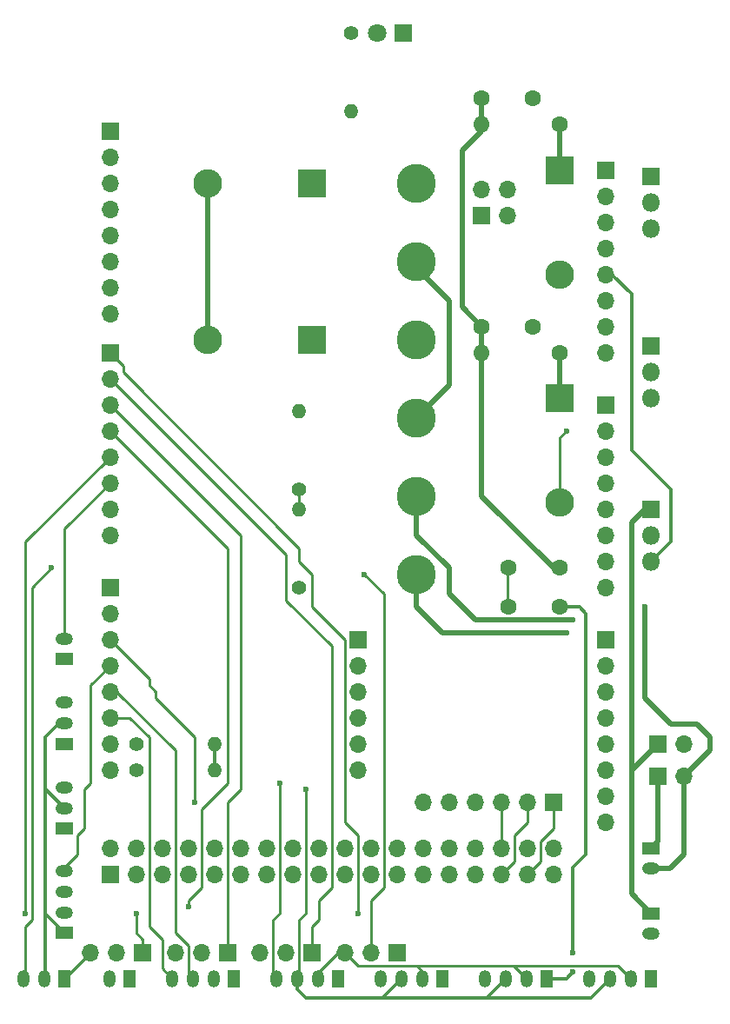
<source format=gbr>
G04 #@! TF.FileFunction,Copper,L1,Top,Signal*
%FSLAX46Y46*%
G04 Gerber Fmt 4.6, Leading zero omitted, Abs format (unit mm)*
G04 Created by KiCad (PCBNEW 4.0.7) date 06/01/18 16:36:31*
%MOMM*%
%LPD*%
G01*
G04 APERTURE LIST*
%ADD10C,0.100000*%
%ADD11R,1.800000X1.800000*%
%ADD12C,1.800000*%
%ADD13R,1.700000X1.700000*%
%ADD14O,1.700000X1.700000*%
%ADD15R,1.200000X1.700000*%
%ADD16O,1.200000X1.700000*%
%ADD17R,1.700000X1.200000*%
%ADD18O,1.700000X1.200000*%
%ADD19C,1.400000*%
%ADD20O,1.400000X1.400000*%
%ADD21O,1.800000X1.800000*%
%ADD22C,1.600000*%
%ADD23R,2.800000X2.800000*%
%ADD24O,2.800000X2.800000*%
%ADD25C,3.810000*%
%ADD26O,1.600000X1.600000*%
%ADD27C,0.600000*%
%ADD28C,0.500000*%
%ADD29C,0.250000*%
%ADD30C,0.300000*%
G04 APERTURE END LIST*
D10*
D11*
X157480000Y-55245000D03*
D12*
X154940000Y-55245000D03*
D13*
X156845000Y-144780000D03*
D14*
X154305000Y-144780000D03*
X151765000Y-144780000D03*
D13*
X148590000Y-144780000D03*
D14*
X146050000Y-144780000D03*
X143510000Y-144780000D03*
D13*
X140335000Y-144780000D03*
D14*
X137795000Y-144780000D03*
X135255000Y-144780000D03*
D13*
X132080000Y-144780000D03*
D14*
X129540000Y-144780000D03*
X127000000Y-144780000D03*
D15*
X161290000Y-147320000D03*
D16*
X159290000Y-147320000D03*
X157290000Y-147320000D03*
X155290000Y-147320000D03*
D15*
X171450000Y-147320000D03*
D16*
X169450000Y-147320000D03*
X167450000Y-147320000D03*
X165450000Y-147320000D03*
D15*
X181610000Y-147320000D03*
D16*
X179610000Y-147320000D03*
X177610000Y-147320000D03*
X175610000Y-147320000D03*
D15*
X151130000Y-147320000D03*
D16*
X149130000Y-147320000D03*
X147130000Y-147320000D03*
X145130000Y-147320000D03*
D15*
X124460000Y-147320000D03*
D16*
X122460000Y-147320000D03*
X120460000Y-147320000D03*
D17*
X124460000Y-132715000D03*
D18*
X124460000Y-130715000D03*
X124460000Y-128715000D03*
D15*
X130810000Y-147320000D03*
D16*
X128810000Y-147320000D03*
D17*
X124460000Y-116205000D03*
D18*
X124460000Y-114205000D03*
D17*
X124460000Y-124460000D03*
D18*
X124460000Y-122460000D03*
X124460000Y-120460000D03*
D15*
X140970000Y-147320000D03*
D16*
X138970000Y-147320000D03*
X136970000Y-147320000D03*
X134970000Y-147320000D03*
D17*
X124460000Y-142875000D03*
D18*
X124460000Y-140875000D03*
X124460000Y-138875000D03*
X124460000Y-136875000D03*
D19*
X152400000Y-55245000D03*
D20*
X152400000Y-62865000D03*
D13*
X177165000Y-91440000D03*
D14*
X177165000Y-93980000D03*
X177165000Y-96520000D03*
X177165000Y-99060000D03*
X177165000Y-101600000D03*
X177165000Y-104140000D03*
X177165000Y-106680000D03*
X177165000Y-109220000D03*
D13*
X177165000Y-114300000D03*
D14*
X177165000Y-116840000D03*
X177165000Y-119380000D03*
X177165000Y-121920000D03*
X177165000Y-124460000D03*
X177165000Y-127000000D03*
X177165000Y-129540000D03*
X177165000Y-132080000D03*
D13*
X128905000Y-137160000D03*
D14*
X128905000Y-134620000D03*
X131445000Y-137160000D03*
X131445000Y-134620000D03*
X133985000Y-137160000D03*
X133985000Y-134620000D03*
X136525000Y-137160000D03*
X136525000Y-134620000D03*
X139065000Y-137160000D03*
X139065000Y-134620000D03*
X141605000Y-137160000D03*
X141605000Y-134620000D03*
X144145000Y-137160000D03*
X144145000Y-134620000D03*
X146685000Y-137160000D03*
X146685000Y-134620000D03*
X149225000Y-137160000D03*
X149225000Y-134620000D03*
X151765000Y-137160000D03*
X151765000Y-134620000D03*
X154305000Y-137160000D03*
X154305000Y-134620000D03*
X156845000Y-137160000D03*
X156845000Y-134620000D03*
X159385000Y-137160000D03*
X159385000Y-134620000D03*
X161925000Y-137160000D03*
X161925000Y-134620000D03*
X164465000Y-137160000D03*
X164465000Y-134620000D03*
X167005000Y-137160000D03*
X167005000Y-134620000D03*
X169545000Y-137160000D03*
X169545000Y-134620000D03*
X172085000Y-137160000D03*
X172085000Y-134620000D03*
D13*
X128905000Y-64770000D03*
D14*
X128905000Y-67310000D03*
X128905000Y-69850000D03*
X128905000Y-72390000D03*
X128905000Y-74930000D03*
X128905000Y-77470000D03*
X128905000Y-80010000D03*
X128905000Y-82550000D03*
D13*
X128905000Y-86360000D03*
D14*
X128905000Y-88900000D03*
X128905000Y-91440000D03*
X128905000Y-93980000D03*
X128905000Y-96520000D03*
X128905000Y-99060000D03*
X128905000Y-101600000D03*
X128905000Y-104140000D03*
D13*
X128905000Y-109220000D03*
D14*
X128905000Y-111760000D03*
X128905000Y-114300000D03*
X128905000Y-116840000D03*
X128905000Y-119380000D03*
X128905000Y-121920000D03*
X128905000Y-124460000D03*
X128905000Y-127000000D03*
D11*
X181610000Y-69215000D03*
D21*
X181610000Y-71755000D03*
X181610000Y-74295000D03*
D11*
X181610000Y-85725000D03*
D21*
X181610000Y-88265000D03*
X181610000Y-90805000D03*
D11*
X181610000Y-101600000D03*
D21*
X181610000Y-104140000D03*
X181610000Y-106680000D03*
D17*
X181610000Y-134620000D03*
D18*
X181610000Y-136620000D03*
D17*
X181610000Y-140970000D03*
D18*
X181610000Y-142970000D03*
D13*
X182245000Y-127635000D03*
D14*
X184785000Y-127635000D03*
D13*
X182245000Y-124460000D03*
D14*
X184785000Y-124460000D03*
D13*
X177165000Y-68580000D03*
D14*
X177165000Y-71120000D03*
X177165000Y-73660000D03*
X177165000Y-76200000D03*
X177165000Y-78740000D03*
X177165000Y-81280000D03*
X177165000Y-83820000D03*
X177165000Y-86360000D03*
D22*
X172720000Y-107315000D03*
X167720000Y-107315000D03*
X172720000Y-111125000D03*
X167720000Y-111125000D03*
X165100000Y-61595000D03*
X170100000Y-61595000D03*
X165100000Y-83820000D03*
X170100000Y-83820000D03*
D13*
X153035000Y-114300000D03*
D14*
X153035000Y-116840000D03*
X153035000Y-119380000D03*
X153035000Y-121920000D03*
X153035000Y-124460000D03*
X153035000Y-127000000D03*
D13*
X172085000Y-130175000D03*
D14*
X169545000Y-130175000D03*
X167005000Y-130175000D03*
X164465000Y-130175000D03*
X161925000Y-130175000D03*
X159385000Y-130175000D03*
D13*
X165100000Y-73025000D03*
D14*
X167640000Y-73025000D03*
X165100000Y-70485000D03*
X167640000Y-70485000D03*
D19*
X131445000Y-124460000D03*
D20*
X139065000Y-124460000D03*
D19*
X131445000Y-127000000D03*
D20*
X139065000Y-127000000D03*
D23*
X172720000Y-90805000D03*
D24*
X172720000Y-100965000D03*
D23*
X172720000Y-68580000D03*
D24*
X172720000Y-78740000D03*
D23*
X148590000Y-85090000D03*
D24*
X138430000Y-85090000D03*
D23*
X148590000Y-69850000D03*
D24*
X138430000Y-69850000D03*
D19*
X147320000Y-109220000D03*
D20*
X147320000Y-101600000D03*
D19*
X147320000Y-99695000D03*
D20*
X147320000Y-92075000D03*
D25*
X158750000Y-107950000D03*
X158750000Y-100330000D03*
X158750000Y-92710000D03*
X158750000Y-85090000D03*
X158750000Y-77470000D03*
X158750000Y-69850000D03*
D22*
X172720000Y-64135000D03*
D26*
X165100000Y-64135000D03*
D22*
X172720000Y-86360000D03*
D26*
X165100000Y-86360000D03*
D27*
X173355000Y-113665000D03*
X180975000Y-111125000D03*
X173990000Y-112395000D03*
X173990000Y-146685000D03*
X173990000Y-144780000D03*
X123190000Y-107315000D03*
X153035000Y-140970000D03*
X136525000Y-140335000D03*
X131445000Y-140970000D03*
X120650000Y-140970000D03*
X137160000Y-130175000D03*
X145415000Y-128270000D03*
X147955000Y-128905000D03*
X153670000Y-107950000D03*
X173355000Y-93980000D03*
D28*
X172720000Y-107315000D02*
X172085000Y-107315000D01*
X172085000Y-107315000D02*
X165100000Y-100330000D01*
X165100000Y-100330000D02*
X165100000Y-86360000D01*
X165100000Y-64135000D02*
X165100000Y-64770000D01*
X165100000Y-64770000D02*
X163195000Y-66675000D01*
X163195000Y-81915000D02*
X165100000Y-83820000D01*
X163195000Y-66675000D02*
X163195000Y-81915000D01*
X180975000Y-101600000D02*
X179705000Y-102870000D01*
X179705000Y-102870000D02*
X179705000Y-127000000D01*
X182245000Y-124460000D02*
X179705000Y-127000000D01*
X179705000Y-139065000D02*
X181610000Y-140970000D01*
X179705000Y-127000000D02*
X179705000Y-139065000D01*
X138430000Y-69850000D02*
X138430000Y-85090000D01*
X165100000Y-83820000D02*
X165100000Y-86360000D01*
X165100000Y-61595000D02*
X165100000Y-64135000D01*
X158750000Y-78105000D02*
X161925000Y-81280000D01*
X161925000Y-81280000D02*
X161925000Y-89535000D01*
X161925000Y-89535000D02*
X158750000Y-92710000D01*
D29*
X124460000Y-147320000D02*
X127000000Y-144780000D01*
X170180000Y-61595000D02*
X170100000Y-61595000D01*
X167640000Y-107315000D02*
X167720000Y-107315000D01*
X179610000Y-147320000D02*
X179705000Y-147320000D01*
X167640000Y-107315000D02*
X167640000Y-111125000D01*
X167640000Y-111125000D02*
X167720000Y-111125000D01*
X168180000Y-146050000D02*
X178340000Y-146050000D01*
X178340000Y-146050000D02*
X179610000Y-147320000D01*
X158750000Y-146050000D02*
X168180000Y-146050000D01*
X168180000Y-146050000D02*
X169450000Y-147320000D01*
X151765000Y-144780000D02*
X153035000Y-146050000D01*
X158750000Y-146050000D02*
X159290000Y-146590000D01*
X153035000Y-146050000D02*
X158750000Y-146050000D01*
X159290000Y-146590000D02*
X159290000Y-147320000D01*
X149130000Y-147320000D02*
X149130000Y-146780000D01*
X149130000Y-146780000D02*
X151130000Y-144780000D01*
X151130000Y-144780000D02*
X151765000Y-144780000D01*
D28*
X158750000Y-111125000D02*
X161290000Y-113665000D01*
X161290000Y-113665000D02*
X173355000Y-113665000D01*
X158750000Y-111125000D02*
X158750000Y-107950000D01*
X182245000Y-127635000D02*
X182245000Y-133985000D01*
X182245000Y-133985000D02*
X181610000Y-134620000D01*
X158750000Y-100330000D02*
X158750000Y-104140000D01*
X187325000Y-125095000D02*
X184785000Y-127635000D01*
X187325000Y-123825000D02*
X187325000Y-125095000D01*
X186055000Y-122555000D02*
X187325000Y-123825000D01*
X183515000Y-122555000D02*
X186055000Y-122555000D01*
X180975000Y-120015000D02*
X183515000Y-122555000D01*
X180975000Y-111125000D02*
X180975000Y-120015000D01*
X164465000Y-112395000D02*
X173990000Y-112395000D01*
X161925000Y-109855000D02*
X164465000Y-112395000D01*
X161925000Y-107315000D02*
X161925000Y-109855000D01*
X158750000Y-104140000D02*
X161925000Y-107315000D01*
X184785000Y-127635000D02*
X184785000Y-135255000D01*
X183420000Y-136620000D02*
X181610000Y-136620000D01*
X184785000Y-135255000D02*
X183420000Y-136620000D01*
D30*
X172720000Y-111125000D02*
X174625000Y-111125000D01*
X173355000Y-147320000D02*
X171450000Y-147320000D01*
X173990000Y-146685000D02*
X173355000Y-147320000D01*
X173990000Y-136525000D02*
X173990000Y-144780000D01*
X175260000Y-135255000D02*
X173990000Y-136525000D01*
X175260000Y-111760000D02*
X175260000Y-135255000D01*
X174625000Y-111125000D02*
X175260000Y-111760000D01*
X177165000Y-78740000D02*
X177800000Y-78740000D01*
X177800000Y-78740000D02*
X179705000Y-80645000D01*
X183515000Y-104775000D02*
X181610000Y-106680000D01*
X183515000Y-99695000D02*
X183515000Y-104775000D01*
X179705000Y-95885000D02*
X183515000Y-99695000D01*
X179705000Y-80645000D02*
X179705000Y-95885000D01*
X139065000Y-127000000D02*
X139065000Y-124460000D01*
X122555000Y-140970000D02*
X122555000Y-147225000D01*
X122555000Y-147225000D02*
X122460000Y-147320000D01*
X122555000Y-128905000D02*
X122555000Y-140970000D01*
X122555000Y-140970000D02*
X124460000Y-142875000D01*
X124460000Y-122460000D02*
X123920000Y-122460000D01*
X123920000Y-122460000D02*
X122555000Y-123825000D01*
X122555000Y-123825000D02*
X122555000Y-128905000D01*
X122555000Y-128905000D02*
X122555000Y-128810000D01*
X122555000Y-128810000D02*
X124460000Y-130715000D01*
D29*
X123190000Y-107315000D02*
X121285000Y-109220000D01*
X121285000Y-109220000D02*
X121285000Y-141605000D01*
X121285000Y-141605000D02*
X120650000Y-142240000D01*
X120650000Y-142240000D02*
X120650000Y-147320000D01*
X120650000Y-147320000D02*
X120460000Y-147320000D01*
X147320000Y-101600000D02*
X147320000Y-99695000D01*
X169545000Y-130175000D02*
X169545000Y-132080000D01*
X168275000Y-135890000D02*
X167005000Y-137160000D01*
X168275000Y-133350000D02*
X168275000Y-135890000D01*
X169545000Y-132080000D02*
X168275000Y-133350000D01*
X167005000Y-130175000D02*
X167005000Y-134620000D01*
X169545000Y-137160000D02*
X170815000Y-135890000D01*
X172085000Y-132715000D02*
X172085000Y-130175000D01*
X170815000Y-133985000D02*
X172085000Y-132715000D01*
X170815000Y-135890000D02*
X170815000Y-133985000D01*
X148590000Y-107950000D02*
X147320000Y-106680000D01*
X147320000Y-106680000D02*
X147320000Y-105410000D01*
X147320000Y-105410000D02*
X130175000Y-88265000D01*
X130175000Y-88265000D02*
X130175000Y-87630000D01*
X153035000Y-140970000D02*
X153035000Y-133350000D01*
X153035000Y-133350000D02*
X151765000Y-132080000D01*
X151765000Y-132080000D02*
X151765000Y-114300000D01*
X151765000Y-114300000D02*
X148590000Y-111125000D01*
X148590000Y-111125000D02*
X148590000Y-107950000D01*
X130175000Y-87630000D02*
X128905000Y-86360000D01*
X128905000Y-88900000D02*
X146050000Y-106045000D01*
X146050000Y-106045000D02*
X146050000Y-110490000D01*
X146050000Y-110490000D02*
X150495000Y-114935000D01*
X150495000Y-114935000D02*
X150495000Y-138430000D01*
X150495000Y-138430000D02*
X149225000Y-139700000D01*
X149225000Y-139700000D02*
X149225000Y-141605000D01*
X149225000Y-141605000D02*
X148590000Y-142240000D01*
X148590000Y-142240000D02*
X148590000Y-144780000D01*
X128905000Y-91440000D02*
X141605000Y-104140000D01*
X141605000Y-104140000D02*
X141605000Y-128905000D01*
X141605000Y-128905000D02*
X140335000Y-130175000D01*
X140335000Y-130175000D02*
X140335000Y-144780000D01*
X128905000Y-93980000D02*
X140335000Y-105410000D01*
X140335000Y-105410000D02*
X140335000Y-128270000D01*
X140335000Y-128270000D02*
X137795000Y-130810000D01*
X137795000Y-130810000D02*
X137795000Y-138430000D01*
X137795000Y-138430000D02*
X136525000Y-139700000D01*
X136525000Y-139700000D02*
X136525000Y-140335000D01*
X131445000Y-140970000D02*
X131445000Y-142875000D01*
X131445000Y-142875000D02*
X132080000Y-143510000D01*
X132080000Y-143510000D02*
X132080000Y-144780000D01*
X120650000Y-104775000D02*
X120650000Y-140970000D01*
X128905000Y-96520000D02*
X120650000Y-104775000D01*
X124460000Y-114205000D02*
X124460000Y-103505000D01*
X124460000Y-103505000D02*
X128905000Y-99060000D01*
X128905000Y-114300000D02*
X132715000Y-118110000D01*
X132715000Y-118110000D02*
X132715000Y-118745000D01*
X132715000Y-118745000D02*
X133350000Y-119380000D01*
X133350000Y-119380000D02*
X133350000Y-120015000D01*
X133350000Y-120015000D02*
X137160000Y-123825000D01*
X137160000Y-123825000D02*
X137160000Y-130175000D01*
X128905000Y-116840000D02*
X127000000Y-118745000D01*
X127000000Y-118745000D02*
X127000000Y-128270000D01*
X127000000Y-128270000D02*
X126365000Y-128905000D01*
X126365000Y-128905000D02*
X126365000Y-132715000D01*
X126365000Y-132715000D02*
X125730000Y-133350000D01*
X125730000Y-133350000D02*
X125730000Y-135255000D01*
X125730000Y-135255000D02*
X124460000Y-136525000D01*
X124460000Y-136525000D02*
X124460000Y-136875000D01*
X128905000Y-119380000D02*
X129540000Y-119380000D01*
X129540000Y-119380000D02*
X135255000Y-125095000D01*
X135255000Y-125095000D02*
X135255000Y-142875000D01*
X135255000Y-142875000D02*
X136525000Y-144145000D01*
X136525000Y-144145000D02*
X136525000Y-146875000D01*
X136525000Y-146875000D02*
X136970000Y-147320000D01*
X128905000Y-121920000D02*
X130810000Y-121920000D01*
X133985000Y-146335000D02*
X134970000Y-147320000D01*
X133985000Y-143510000D02*
X133985000Y-146335000D01*
X132715000Y-142240000D02*
X133985000Y-143510000D01*
X132715000Y-123825000D02*
X132715000Y-142240000D01*
X130810000Y-121920000D02*
X132715000Y-123825000D01*
X144780000Y-141605000D02*
X144780000Y-146970000D01*
X145415000Y-140970000D02*
X144780000Y-141605000D01*
X145415000Y-128270000D02*
X145415000Y-140970000D01*
X144780000Y-146970000D02*
X145130000Y-147320000D01*
X147320000Y-141605000D02*
X147320000Y-147130000D01*
X147955000Y-140970000D02*
X147320000Y-141605000D01*
X147955000Y-128905000D02*
X147955000Y-140970000D01*
X147320000Y-147130000D02*
X147130000Y-147320000D01*
D30*
X165545000Y-149225000D02*
X175705000Y-149225000D01*
X175705000Y-149225000D02*
X177610000Y-147320000D01*
X154940000Y-149225000D02*
X165545000Y-149225000D01*
X165545000Y-149225000D02*
X167450000Y-147320000D01*
X147130000Y-147320000D02*
X147130000Y-148400000D01*
X155385000Y-149225000D02*
X157290000Y-147320000D01*
X147955000Y-149225000D02*
X154940000Y-149225000D01*
X154940000Y-149225000D02*
X155385000Y-149225000D01*
X147130000Y-148400000D02*
X147955000Y-149225000D01*
D29*
X153670000Y-107950000D02*
X155575000Y-109855000D01*
X155575000Y-109855000D02*
X155575000Y-138430000D01*
X155575000Y-138430000D02*
X154305000Y-139700000D01*
X154305000Y-139700000D02*
X154305000Y-144780000D01*
X173355000Y-93980000D02*
X172720000Y-94615000D01*
X172720000Y-94615000D02*
X172720000Y-100965000D01*
D28*
X172720000Y-86360000D02*
X172720000Y-90805000D01*
X172720000Y-64135000D02*
X172720000Y-68580000D01*
M02*

</source>
